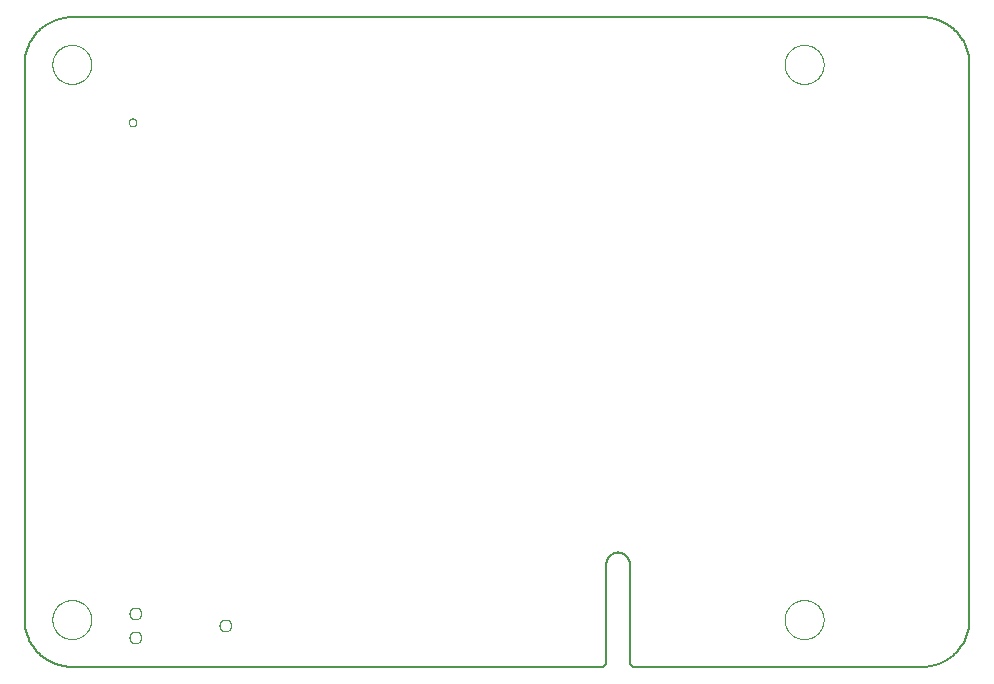
<source format=gbr>
G04 EAGLE Gerber X2 export*
G75*
%MOMM*%
%FSLAX34Y34*%
%LPD*%
%AMOC8*
5,1,8,0,0,1.08239X$1,22.5*%
G01*
%ADD10C,0.152400*%
%ADD11C,0.000000*%


D10*
X100000Y140000D02*
X100000Y610000D01*
X900000Y610000D02*
X900000Y140000D01*
X860000Y650000D02*
X140000Y650000D01*
X139033Y649988D01*
X138067Y649953D01*
X137103Y649895D01*
X136139Y649813D01*
X135179Y649708D01*
X134220Y649580D01*
X133266Y649429D01*
X132315Y649255D01*
X131369Y649058D01*
X130427Y648838D01*
X129492Y648595D01*
X128562Y648330D01*
X127639Y648042D01*
X126724Y647732D01*
X125816Y647401D01*
X124916Y647047D01*
X124025Y646672D01*
X123144Y646275D01*
X122272Y645857D01*
X121411Y645418D01*
X120561Y644959D01*
X119722Y644479D01*
X118894Y643979D01*
X118079Y643459D01*
X117277Y642919D01*
X116489Y642361D01*
X115713Y641783D01*
X114953Y641187D01*
X114206Y640573D01*
X113475Y639940D01*
X112759Y639291D01*
X112060Y638624D01*
X111376Y637940D01*
X110709Y637241D01*
X110060Y636525D01*
X109427Y635794D01*
X108813Y635047D01*
X108217Y634287D01*
X107639Y633511D01*
X107081Y632723D01*
X106541Y631921D01*
X106021Y631106D01*
X105521Y630278D01*
X105041Y629439D01*
X104582Y628589D01*
X104143Y627728D01*
X103725Y626856D01*
X103328Y625975D01*
X102953Y625084D01*
X102599Y624184D01*
X102268Y623276D01*
X101958Y622361D01*
X101670Y621438D01*
X101405Y620508D01*
X101162Y619573D01*
X100942Y618631D01*
X100745Y617685D01*
X100571Y616734D01*
X100420Y615780D01*
X100292Y614821D01*
X100187Y613861D01*
X100105Y612897D01*
X100047Y611933D01*
X100012Y610967D01*
X100000Y610000D01*
X100000Y140000D02*
X100012Y139033D01*
X100047Y138067D01*
X100105Y137103D01*
X100187Y136139D01*
X100292Y135179D01*
X100420Y134220D01*
X100571Y133266D01*
X100745Y132315D01*
X100942Y131369D01*
X101162Y130427D01*
X101405Y129492D01*
X101670Y128562D01*
X101958Y127639D01*
X102268Y126724D01*
X102599Y125816D01*
X102953Y124916D01*
X103328Y124025D01*
X103725Y123144D01*
X104143Y122272D01*
X104582Y121411D01*
X105041Y120561D01*
X105521Y119722D01*
X106021Y118894D01*
X106541Y118079D01*
X107081Y117277D01*
X107639Y116489D01*
X108217Y115713D01*
X108813Y114953D01*
X109427Y114206D01*
X110060Y113475D01*
X110709Y112759D01*
X111376Y112060D01*
X112060Y111376D01*
X112759Y110709D01*
X113475Y110060D01*
X114206Y109427D01*
X114953Y108813D01*
X115713Y108217D01*
X116489Y107639D01*
X117277Y107081D01*
X118079Y106541D01*
X118894Y106021D01*
X119722Y105521D01*
X120561Y105041D01*
X121411Y104582D01*
X122272Y104143D01*
X123144Y103725D01*
X124025Y103328D01*
X124916Y102953D01*
X125816Y102599D01*
X126724Y102268D01*
X127639Y101958D01*
X128562Y101670D01*
X129492Y101405D01*
X130427Y101162D01*
X131369Y100942D01*
X132315Y100745D01*
X133266Y100571D01*
X134220Y100420D01*
X135179Y100292D01*
X136139Y100187D01*
X137103Y100105D01*
X138067Y100047D01*
X139033Y100012D01*
X140000Y100000D01*
X860000Y650000D02*
X860967Y649988D01*
X861933Y649953D01*
X862897Y649895D01*
X863861Y649813D01*
X864821Y649708D01*
X865780Y649580D01*
X866734Y649429D01*
X867685Y649255D01*
X868631Y649058D01*
X869573Y648838D01*
X870508Y648595D01*
X871438Y648330D01*
X872361Y648042D01*
X873276Y647732D01*
X874184Y647401D01*
X875084Y647047D01*
X875975Y646672D01*
X876856Y646275D01*
X877728Y645857D01*
X878589Y645418D01*
X879439Y644959D01*
X880278Y644479D01*
X881106Y643979D01*
X881921Y643459D01*
X882723Y642919D01*
X883511Y642361D01*
X884287Y641783D01*
X885047Y641187D01*
X885794Y640573D01*
X886525Y639940D01*
X887241Y639291D01*
X887940Y638624D01*
X888624Y637940D01*
X889291Y637241D01*
X889940Y636525D01*
X890573Y635794D01*
X891187Y635047D01*
X891783Y634287D01*
X892361Y633511D01*
X892919Y632723D01*
X893459Y631921D01*
X893979Y631106D01*
X894479Y630278D01*
X894959Y629439D01*
X895418Y628589D01*
X895857Y627728D01*
X896275Y626856D01*
X896672Y625975D01*
X897047Y625084D01*
X897401Y624184D01*
X897732Y623276D01*
X898042Y622361D01*
X898330Y621438D01*
X898595Y620508D01*
X898838Y619573D01*
X899058Y618631D01*
X899255Y617685D01*
X899429Y616734D01*
X899580Y615780D01*
X899708Y614821D01*
X899813Y613861D01*
X899895Y612897D01*
X899953Y611933D01*
X899988Y610967D01*
X900000Y610000D01*
X900000Y140000D02*
X899988Y139033D01*
X899953Y138067D01*
X899895Y137103D01*
X899813Y136139D01*
X899708Y135179D01*
X899580Y134220D01*
X899429Y133266D01*
X899255Y132315D01*
X899058Y131369D01*
X898838Y130427D01*
X898595Y129492D01*
X898330Y128562D01*
X898042Y127639D01*
X897732Y126724D01*
X897401Y125816D01*
X897047Y124916D01*
X896672Y124025D01*
X896275Y123144D01*
X895857Y122272D01*
X895418Y121411D01*
X894959Y120561D01*
X894479Y119722D01*
X893979Y118894D01*
X893459Y118079D01*
X892919Y117277D01*
X892361Y116489D01*
X891783Y115713D01*
X891187Y114953D01*
X890573Y114206D01*
X889940Y113475D01*
X889291Y112759D01*
X888624Y112060D01*
X887940Y111376D01*
X887241Y110709D01*
X886525Y110060D01*
X885794Y109427D01*
X885047Y108813D01*
X884287Y108217D01*
X883511Y107639D01*
X882723Y107081D01*
X881921Y106541D01*
X881106Y106021D01*
X880278Y105521D01*
X879439Y105041D01*
X878589Y104582D01*
X877728Y104143D01*
X876856Y103725D01*
X875975Y103328D01*
X875084Y102953D01*
X874184Y102599D01*
X873276Y102268D01*
X872361Y101958D01*
X871438Y101670D01*
X870508Y101405D01*
X869573Y101162D01*
X868631Y100942D01*
X867685Y100745D01*
X866734Y100571D01*
X865780Y100420D01*
X864821Y100292D01*
X863861Y100187D01*
X862897Y100105D01*
X861933Y100047D01*
X860967Y100012D01*
X860000Y100000D01*
X485000Y100000D02*
X140000Y100000D01*
X680000Y100000D02*
X860000Y100000D01*
D11*
X265000Y135000D02*
X265002Y135141D01*
X265008Y135282D01*
X265018Y135422D01*
X265032Y135562D01*
X265050Y135702D01*
X265071Y135841D01*
X265097Y135980D01*
X265126Y136118D01*
X265160Y136254D01*
X265197Y136390D01*
X265238Y136525D01*
X265283Y136659D01*
X265332Y136791D01*
X265384Y136922D01*
X265440Y137051D01*
X265500Y137178D01*
X265563Y137304D01*
X265629Y137428D01*
X265700Y137551D01*
X265773Y137671D01*
X265850Y137789D01*
X265930Y137905D01*
X266014Y138018D01*
X266100Y138129D01*
X266190Y138238D01*
X266283Y138344D01*
X266378Y138447D01*
X266477Y138548D01*
X266578Y138646D01*
X266682Y138741D01*
X266789Y138833D01*
X266898Y138922D01*
X267010Y139007D01*
X267124Y139090D01*
X267240Y139170D01*
X267359Y139246D01*
X267480Y139318D01*
X267602Y139388D01*
X267727Y139453D01*
X267853Y139516D01*
X267981Y139574D01*
X268111Y139629D01*
X268242Y139681D01*
X268375Y139728D01*
X268509Y139772D01*
X268644Y139813D01*
X268780Y139849D01*
X268917Y139881D01*
X269055Y139910D01*
X269193Y139935D01*
X269333Y139955D01*
X269473Y139972D01*
X269613Y139985D01*
X269754Y139994D01*
X269894Y139999D01*
X270035Y140000D01*
X270176Y139997D01*
X270317Y139990D01*
X270457Y139979D01*
X270597Y139964D01*
X270737Y139945D01*
X270876Y139923D01*
X271014Y139896D01*
X271152Y139866D01*
X271288Y139831D01*
X271424Y139793D01*
X271558Y139751D01*
X271692Y139705D01*
X271824Y139656D01*
X271954Y139602D01*
X272083Y139545D01*
X272210Y139485D01*
X272336Y139421D01*
X272459Y139353D01*
X272581Y139282D01*
X272701Y139208D01*
X272818Y139130D01*
X272933Y139049D01*
X273046Y138965D01*
X273157Y138878D01*
X273265Y138787D01*
X273370Y138694D01*
X273473Y138597D01*
X273573Y138498D01*
X273670Y138396D01*
X273764Y138291D01*
X273855Y138184D01*
X273943Y138074D01*
X274028Y137962D01*
X274110Y137847D01*
X274189Y137730D01*
X274264Y137611D01*
X274336Y137490D01*
X274404Y137367D01*
X274469Y137242D01*
X274531Y137115D01*
X274588Y136986D01*
X274643Y136856D01*
X274693Y136725D01*
X274740Y136592D01*
X274783Y136458D01*
X274822Y136322D01*
X274857Y136186D01*
X274889Y136049D01*
X274916Y135911D01*
X274940Y135772D01*
X274960Y135632D01*
X274976Y135492D01*
X274988Y135352D01*
X274996Y135211D01*
X275000Y135070D01*
X275000Y134930D01*
X274996Y134789D01*
X274988Y134648D01*
X274976Y134508D01*
X274960Y134368D01*
X274940Y134228D01*
X274916Y134089D01*
X274889Y133951D01*
X274857Y133814D01*
X274822Y133678D01*
X274783Y133542D01*
X274740Y133408D01*
X274693Y133275D01*
X274643Y133144D01*
X274588Y133014D01*
X274531Y132885D01*
X274469Y132758D01*
X274404Y132633D01*
X274336Y132510D01*
X274264Y132389D01*
X274189Y132270D01*
X274110Y132153D01*
X274028Y132038D01*
X273943Y131926D01*
X273855Y131816D01*
X273764Y131709D01*
X273670Y131604D01*
X273573Y131502D01*
X273473Y131403D01*
X273370Y131306D01*
X273265Y131213D01*
X273157Y131122D01*
X273046Y131035D01*
X272933Y130951D01*
X272818Y130870D01*
X272701Y130792D01*
X272581Y130718D01*
X272459Y130647D01*
X272336Y130579D01*
X272210Y130515D01*
X272083Y130455D01*
X271954Y130398D01*
X271824Y130344D01*
X271692Y130295D01*
X271558Y130249D01*
X271424Y130207D01*
X271288Y130169D01*
X271152Y130134D01*
X271014Y130104D01*
X270876Y130077D01*
X270737Y130055D01*
X270597Y130036D01*
X270457Y130021D01*
X270317Y130010D01*
X270176Y130003D01*
X270035Y130000D01*
X269894Y130001D01*
X269754Y130006D01*
X269613Y130015D01*
X269473Y130028D01*
X269333Y130045D01*
X269193Y130065D01*
X269055Y130090D01*
X268917Y130119D01*
X268780Y130151D01*
X268644Y130187D01*
X268509Y130228D01*
X268375Y130272D01*
X268242Y130319D01*
X268111Y130371D01*
X267981Y130426D01*
X267853Y130484D01*
X267727Y130547D01*
X267602Y130612D01*
X267480Y130682D01*
X267359Y130754D01*
X267240Y130830D01*
X267124Y130910D01*
X267010Y130993D01*
X266898Y131078D01*
X266789Y131167D01*
X266682Y131259D01*
X266578Y131354D01*
X266477Y131452D01*
X266378Y131553D01*
X266283Y131656D01*
X266190Y131762D01*
X266100Y131871D01*
X266014Y131982D01*
X265930Y132095D01*
X265850Y132211D01*
X265773Y132329D01*
X265700Y132449D01*
X265629Y132572D01*
X265563Y132696D01*
X265500Y132822D01*
X265440Y132949D01*
X265384Y133078D01*
X265332Y133209D01*
X265283Y133341D01*
X265238Y133475D01*
X265197Y133610D01*
X265160Y133746D01*
X265126Y133882D01*
X265097Y134020D01*
X265071Y134159D01*
X265050Y134298D01*
X265032Y134438D01*
X265018Y134578D01*
X265008Y134718D01*
X265002Y134859D01*
X265000Y135000D01*
X188800Y145160D02*
X188802Y145301D01*
X188808Y145442D01*
X188818Y145582D01*
X188832Y145722D01*
X188850Y145862D01*
X188871Y146001D01*
X188897Y146140D01*
X188926Y146278D01*
X188960Y146414D01*
X188997Y146550D01*
X189038Y146685D01*
X189083Y146819D01*
X189132Y146951D01*
X189184Y147082D01*
X189240Y147211D01*
X189300Y147338D01*
X189363Y147464D01*
X189429Y147588D01*
X189500Y147711D01*
X189573Y147831D01*
X189650Y147949D01*
X189730Y148065D01*
X189814Y148178D01*
X189900Y148289D01*
X189990Y148398D01*
X190083Y148504D01*
X190178Y148607D01*
X190277Y148708D01*
X190378Y148806D01*
X190482Y148901D01*
X190589Y148993D01*
X190698Y149082D01*
X190810Y149167D01*
X190924Y149250D01*
X191040Y149330D01*
X191159Y149406D01*
X191280Y149478D01*
X191402Y149548D01*
X191527Y149613D01*
X191653Y149676D01*
X191781Y149734D01*
X191911Y149789D01*
X192042Y149841D01*
X192175Y149888D01*
X192309Y149932D01*
X192444Y149973D01*
X192580Y150009D01*
X192717Y150041D01*
X192855Y150070D01*
X192993Y150095D01*
X193133Y150115D01*
X193273Y150132D01*
X193413Y150145D01*
X193554Y150154D01*
X193694Y150159D01*
X193835Y150160D01*
X193976Y150157D01*
X194117Y150150D01*
X194257Y150139D01*
X194397Y150124D01*
X194537Y150105D01*
X194676Y150083D01*
X194814Y150056D01*
X194952Y150026D01*
X195088Y149991D01*
X195224Y149953D01*
X195358Y149911D01*
X195492Y149865D01*
X195624Y149816D01*
X195754Y149762D01*
X195883Y149705D01*
X196010Y149645D01*
X196136Y149581D01*
X196259Y149513D01*
X196381Y149442D01*
X196501Y149368D01*
X196618Y149290D01*
X196733Y149209D01*
X196846Y149125D01*
X196957Y149038D01*
X197065Y148947D01*
X197170Y148854D01*
X197273Y148757D01*
X197373Y148658D01*
X197470Y148556D01*
X197564Y148451D01*
X197655Y148344D01*
X197743Y148234D01*
X197828Y148122D01*
X197910Y148007D01*
X197989Y147890D01*
X198064Y147771D01*
X198136Y147650D01*
X198204Y147527D01*
X198269Y147402D01*
X198331Y147275D01*
X198388Y147146D01*
X198443Y147016D01*
X198493Y146885D01*
X198540Y146752D01*
X198583Y146618D01*
X198622Y146482D01*
X198657Y146346D01*
X198689Y146209D01*
X198716Y146071D01*
X198740Y145932D01*
X198760Y145792D01*
X198776Y145652D01*
X198788Y145512D01*
X198796Y145371D01*
X198800Y145230D01*
X198800Y145090D01*
X198796Y144949D01*
X198788Y144808D01*
X198776Y144668D01*
X198760Y144528D01*
X198740Y144388D01*
X198716Y144249D01*
X198689Y144111D01*
X198657Y143974D01*
X198622Y143838D01*
X198583Y143702D01*
X198540Y143568D01*
X198493Y143435D01*
X198443Y143304D01*
X198388Y143174D01*
X198331Y143045D01*
X198269Y142918D01*
X198204Y142793D01*
X198136Y142670D01*
X198064Y142549D01*
X197989Y142430D01*
X197910Y142313D01*
X197828Y142198D01*
X197743Y142086D01*
X197655Y141976D01*
X197564Y141869D01*
X197470Y141764D01*
X197373Y141662D01*
X197273Y141563D01*
X197170Y141466D01*
X197065Y141373D01*
X196957Y141282D01*
X196846Y141195D01*
X196733Y141111D01*
X196618Y141030D01*
X196501Y140952D01*
X196381Y140878D01*
X196259Y140807D01*
X196136Y140739D01*
X196010Y140675D01*
X195883Y140615D01*
X195754Y140558D01*
X195624Y140504D01*
X195492Y140455D01*
X195358Y140409D01*
X195224Y140367D01*
X195088Y140329D01*
X194952Y140294D01*
X194814Y140264D01*
X194676Y140237D01*
X194537Y140215D01*
X194397Y140196D01*
X194257Y140181D01*
X194117Y140170D01*
X193976Y140163D01*
X193835Y140160D01*
X193694Y140161D01*
X193554Y140166D01*
X193413Y140175D01*
X193273Y140188D01*
X193133Y140205D01*
X192993Y140225D01*
X192855Y140250D01*
X192717Y140279D01*
X192580Y140311D01*
X192444Y140347D01*
X192309Y140388D01*
X192175Y140432D01*
X192042Y140479D01*
X191911Y140531D01*
X191781Y140586D01*
X191653Y140644D01*
X191527Y140707D01*
X191402Y140772D01*
X191280Y140842D01*
X191159Y140914D01*
X191040Y140990D01*
X190924Y141070D01*
X190810Y141153D01*
X190698Y141238D01*
X190589Y141327D01*
X190482Y141419D01*
X190378Y141514D01*
X190277Y141612D01*
X190178Y141713D01*
X190083Y141816D01*
X189990Y141922D01*
X189900Y142031D01*
X189814Y142142D01*
X189730Y142255D01*
X189650Y142371D01*
X189573Y142489D01*
X189500Y142609D01*
X189429Y142732D01*
X189363Y142856D01*
X189300Y142982D01*
X189240Y143109D01*
X189184Y143238D01*
X189132Y143369D01*
X189083Y143501D01*
X189038Y143635D01*
X188997Y143770D01*
X188960Y143906D01*
X188926Y144042D01*
X188897Y144180D01*
X188871Y144319D01*
X188850Y144458D01*
X188832Y144598D01*
X188818Y144738D01*
X188808Y144878D01*
X188802Y145019D01*
X188800Y145160D01*
X188800Y124840D02*
X188802Y124981D01*
X188808Y125122D01*
X188818Y125262D01*
X188832Y125402D01*
X188850Y125542D01*
X188871Y125681D01*
X188897Y125820D01*
X188926Y125958D01*
X188960Y126094D01*
X188997Y126230D01*
X189038Y126365D01*
X189083Y126499D01*
X189132Y126631D01*
X189184Y126762D01*
X189240Y126891D01*
X189300Y127018D01*
X189363Y127144D01*
X189429Y127268D01*
X189500Y127391D01*
X189573Y127511D01*
X189650Y127629D01*
X189730Y127745D01*
X189814Y127858D01*
X189900Y127969D01*
X189990Y128078D01*
X190083Y128184D01*
X190178Y128287D01*
X190277Y128388D01*
X190378Y128486D01*
X190482Y128581D01*
X190589Y128673D01*
X190698Y128762D01*
X190810Y128847D01*
X190924Y128930D01*
X191040Y129010D01*
X191159Y129086D01*
X191280Y129158D01*
X191402Y129228D01*
X191527Y129293D01*
X191653Y129356D01*
X191781Y129414D01*
X191911Y129469D01*
X192042Y129521D01*
X192175Y129568D01*
X192309Y129612D01*
X192444Y129653D01*
X192580Y129689D01*
X192717Y129721D01*
X192855Y129750D01*
X192993Y129775D01*
X193133Y129795D01*
X193273Y129812D01*
X193413Y129825D01*
X193554Y129834D01*
X193694Y129839D01*
X193835Y129840D01*
X193976Y129837D01*
X194117Y129830D01*
X194257Y129819D01*
X194397Y129804D01*
X194537Y129785D01*
X194676Y129763D01*
X194814Y129736D01*
X194952Y129706D01*
X195088Y129671D01*
X195224Y129633D01*
X195358Y129591D01*
X195492Y129545D01*
X195624Y129496D01*
X195754Y129442D01*
X195883Y129385D01*
X196010Y129325D01*
X196136Y129261D01*
X196259Y129193D01*
X196381Y129122D01*
X196501Y129048D01*
X196618Y128970D01*
X196733Y128889D01*
X196846Y128805D01*
X196957Y128718D01*
X197065Y128627D01*
X197170Y128534D01*
X197273Y128437D01*
X197373Y128338D01*
X197470Y128236D01*
X197564Y128131D01*
X197655Y128024D01*
X197743Y127914D01*
X197828Y127802D01*
X197910Y127687D01*
X197989Y127570D01*
X198064Y127451D01*
X198136Y127330D01*
X198204Y127207D01*
X198269Y127082D01*
X198331Y126955D01*
X198388Y126826D01*
X198443Y126696D01*
X198493Y126565D01*
X198540Y126432D01*
X198583Y126298D01*
X198622Y126162D01*
X198657Y126026D01*
X198689Y125889D01*
X198716Y125751D01*
X198740Y125612D01*
X198760Y125472D01*
X198776Y125332D01*
X198788Y125192D01*
X198796Y125051D01*
X198800Y124910D01*
X198800Y124770D01*
X198796Y124629D01*
X198788Y124488D01*
X198776Y124348D01*
X198760Y124208D01*
X198740Y124068D01*
X198716Y123929D01*
X198689Y123791D01*
X198657Y123654D01*
X198622Y123518D01*
X198583Y123382D01*
X198540Y123248D01*
X198493Y123115D01*
X198443Y122984D01*
X198388Y122854D01*
X198331Y122725D01*
X198269Y122598D01*
X198204Y122473D01*
X198136Y122350D01*
X198064Y122229D01*
X197989Y122110D01*
X197910Y121993D01*
X197828Y121878D01*
X197743Y121766D01*
X197655Y121656D01*
X197564Y121549D01*
X197470Y121444D01*
X197373Y121342D01*
X197273Y121243D01*
X197170Y121146D01*
X197065Y121053D01*
X196957Y120962D01*
X196846Y120875D01*
X196733Y120791D01*
X196618Y120710D01*
X196501Y120632D01*
X196381Y120558D01*
X196259Y120487D01*
X196136Y120419D01*
X196010Y120355D01*
X195883Y120295D01*
X195754Y120238D01*
X195624Y120184D01*
X195492Y120135D01*
X195358Y120089D01*
X195224Y120047D01*
X195088Y120009D01*
X194952Y119974D01*
X194814Y119944D01*
X194676Y119917D01*
X194537Y119895D01*
X194397Y119876D01*
X194257Y119861D01*
X194117Y119850D01*
X193976Y119843D01*
X193835Y119840D01*
X193694Y119841D01*
X193554Y119846D01*
X193413Y119855D01*
X193273Y119868D01*
X193133Y119885D01*
X192993Y119905D01*
X192855Y119930D01*
X192717Y119959D01*
X192580Y119991D01*
X192444Y120027D01*
X192309Y120068D01*
X192175Y120112D01*
X192042Y120159D01*
X191911Y120211D01*
X191781Y120266D01*
X191653Y120324D01*
X191527Y120387D01*
X191402Y120452D01*
X191280Y120522D01*
X191159Y120594D01*
X191040Y120670D01*
X190924Y120750D01*
X190810Y120833D01*
X190698Y120918D01*
X190589Y121007D01*
X190482Y121099D01*
X190378Y121194D01*
X190277Y121292D01*
X190178Y121393D01*
X190083Y121496D01*
X189990Y121602D01*
X189900Y121711D01*
X189814Y121822D01*
X189730Y121935D01*
X189650Y122051D01*
X189573Y122169D01*
X189500Y122289D01*
X189429Y122412D01*
X189363Y122536D01*
X189300Y122662D01*
X189240Y122789D01*
X189184Y122918D01*
X189132Y123049D01*
X189083Y123181D01*
X189038Y123315D01*
X188997Y123450D01*
X188960Y123586D01*
X188926Y123722D01*
X188897Y123860D01*
X188871Y123999D01*
X188850Y124138D01*
X188832Y124278D01*
X188818Y124418D01*
X188808Y124558D01*
X188802Y124699D01*
X188800Y124840D01*
X188250Y561000D02*
X188252Y561113D01*
X188258Y561227D01*
X188268Y561340D01*
X188282Y561452D01*
X188299Y561564D01*
X188321Y561676D01*
X188347Y561786D01*
X188376Y561896D01*
X188409Y562004D01*
X188446Y562112D01*
X188487Y562217D01*
X188531Y562322D01*
X188579Y562425D01*
X188630Y562526D01*
X188685Y562625D01*
X188744Y562722D01*
X188806Y562817D01*
X188871Y562910D01*
X188939Y563001D01*
X189010Y563089D01*
X189085Y563175D01*
X189162Y563258D01*
X189242Y563338D01*
X189325Y563415D01*
X189411Y563490D01*
X189499Y563561D01*
X189590Y563629D01*
X189683Y563694D01*
X189778Y563756D01*
X189875Y563815D01*
X189974Y563870D01*
X190075Y563921D01*
X190178Y563969D01*
X190283Y564013D01*
X190388Y564054D01*
X190496Y564091D01*
X190604Y564124D01*
X190714Y564153D01*
X190824Y564179D01*
X190936Y564201D01*
X191048Y564218D01*
X191160Y564232D01*
X191273Y564242D01*
X191387Y564248D01*
X191500Y564250D01*
X191613Y564248D01*
X191727Y564242D01*
X191840Y564232D01*
X191952Y564218D01*
X192064Y564201D01*
X192176Y564179D01*
X192286Y564153D01*
X192396Y564124D01*
X192504Y564091D01*
X192612Y564054D01*
X192717Y564013D01*
X192822Y563969D01*
X192925Y563921D01*
X193026Y563870D01*
X193125Y563815D01*
X193222Y563756D01*
X193317Y563694D01*
X193410Y563629D01*
X193501Y563561D01*
X193589Y563490D01*
X193675Y563415D01*
X193758Y563338D01*
X193838Y563258D01*
X193915Y563175D01*
X193990Y563089D01*
X194061Y563001D01*
X194129Y562910D01*
X194194Y562817D01*
X194256Y562722D01*
X194315Y562625D01*
X194370Y562526D01*
X194421Y562425D01*
X194469Y562322D01*
X194513Y562217D01*
X194554Y562112D01*
X194591Y562004D01*
X194624Y561896D01*
X194653Y561786D01*
X194679Y561676D01*
X194701Y561564D01*
X194718Y561452D01*
X194732Y561340D01*
X194742Y561227D01*
X194748Y561113D01*
X194750Y561000D01*
X194748Y560887D01*
X194742Y560773D01*
X194732Y560660D01*
X194718Y560548D01*
X194701Y560436D01*
X194679Y560324D01*
X194653Y560214D01*
X194624Y560104D01*
X194591Y559996D01*
X194554Y559888D01*
X194513Y559783D01*
X194469Y559678D01*
X194421Y559575D01*
X194370Y559474D01*
X194315Y559375D01*
X194256Y559278D01*
X194194Y559183D01*
X194129Y559090D01*
X194061Y558999D01*
X193990Y558911D01*
X193915Y558825D01*
X193838Y558742D01*
X193758Y558662D01*
X193675Y558585D01*
X193589Y558510D01*
X193501Y558439D01*
X193410Y558371D01*
X193317Y558306D01*
X193222Y558244D01*
X193125Y558185D01*
X193026Y558130D01*
X192925Y558079D01*
X192822Y558031D01*
X192717Y557987D01*
X192612Y557946D01*
X192504Y557909D01*
X192396Y557876D01*
X192286Y557847D01*
X192176Y557821D01*
X192064Y557799D01*
X191952Y557782D01*
X191840Y557768D01*
X191727Y557758D01*
X191613Y557752D01*
X191500Y557750D01*
X191387Y557752D01*
X191273Y557758D01*
X191160Y557768D01*
X191048Y557782D01*
X190936Y557799D01*
X190824Y557821D01*
X190714Y557847D01*
X190604Y557876D01*
X190496Y557909D01*
X190388Y557946D01*
X190283Y557987D01*
X190178Y558031D01*
X190075Y558079D01*
X189974Y558130D01*
X189875Y558185D01*
X189778Y558244D01*
X189683Y558306D01*
X189590Y558371D01*
X189499Y558439D01*
X189411Y558510D01*
X189325Y558585D01*
X189242Y558662D01*
X189162Y558742D01*
X189085Y558825D01*
X189010Y558911D01*
X188939Y558999D01*
X188871Y559090D01*
X188806Y559183D01*
X188744Y559278D01*
X188685Y559375D01*
X188630Y559474D01*
X188579Y559575D01*
X188531Y559678D01*
X188487Y559783D01*
X188446Y559888D01*
X188409Y559996D01*
X188376Y560104D01*
X188347Y560214D01*
X188321Y560324D01*
X188299Y560436D01*
X188282Y560548D01*
X188268Y560660D01*
X188258Y560773D01*
X188252Y560887D01*
X188250Y561000D01*
X123490Y610000D02*
X123495Y610405D01*
X123510Y610810D01*
X123535Y611215D01*
X123570Y611618D01*
X123614Y612021D01*
X123669Y612423D01*
X123733Y612823D01*
X123807Y613221D01*
X123891Y613617D01*
X123985Y614012D01*
X124088Y614403D01*
X124201Y614793D01*
X124323Y615179D01*
X124455Y615562D01*
X124596Y615942D01*
X124747Y616318D01*
X124906Y616691D01*
X125075Y617059D01*
X125253Y617423D01*
X125439Y617783D01*
X125635Y618138D01*
X125839Y618488D01*
X126051Y618833D01*
X126272Y619172D01*
X126502Y619507D01*
X126739Y619835D01*
X126984Y620157D01*
X127238Y620474D01*
X127498Y620784D01*
X127767Y621087D01*
X128043Y621384D01*
X128326Y621674D01*
X128616Y621957D01*
X128913Y622233D01*
X129216Y622502D01*
X129526Y622762D01*
X129843Y623016D01*
X130165Y623261D01*
X130493Y623498D01*
X130828Y623728D01*
X131167Y623949D01*
X131512Y624161D01*
X131862Y624365D01*
X132217Y624561D01*
X132577Y624747D01*
X132941Y624925D01*
X133309Y625094D01*
X133682Y625253D01*
X134058Y625404D01*
X134438Y625545D01*
X134821Y625677D01*
X135207Y625799D01*
X135597Y625912D01*
X135988Y626015D01*
X136383Y626109D01*
X136779Y626193D01*
X137177Y626267D01*
X137577Y626331D01*
X137979Y626386D01*
X138382Y626430D01*
X138785Y626465D01*
X139190Y626490D01*
X139595Y626505D01*
X140000Y626510D01*
X140405Y626505D01*
X140810Y626490D01*
X141215Y626465D01*
X141618Y626430D01*
X142021Y626386D01*
X142423Y626331D01*
X142823Y626267D01*
X143221Y626193D01*
X143617Y626109D01*
X144012Y626015D01*
X144403Y625912D01*
X144793Y625799D01*
X145179Y625677D01*
X145562Y625545D01*
X145942Y625404D01*
X146318Y625253D01*
X146691Y625094D01*
X147059Y624925D01*
X147423Y624747D01*
X147783Y624561D01*
X148138Y624365D01*
X148488Y624161D01*
X148833Y623949D01*
X149172Y623728D01*
X149507Y623498D01*
X149835Y623261D01*
X150157Y623016D01*
X150474Y622762D01*
X150784Y622502D01*
X151087Y622233D01*
X151384Y621957D01*
X151674Y621674D01*
X151957Y621384D01*
X152233Y621087D01*
X152502Y620784D01*
X152762Y620474D01*
X153016Y620157D01*
X153261Y619835D01*
X153498Y619507D01*
X153728Y619172D01*
X153949Y618833D01*
X154161Y618488D01*
X154365Y618138D01*
X154561Y617783D01*
X154747Y617423D01*
X154925Y617059D01*
X155094Y616691D01*
X155253Y616318D01*
X155404Y615942D01*
X155545Y615562D01*
X155677Y615179D01*
X155799Y614793D01*
X155912Y614403D01*
X156015Y614012D01*
X156109Y613617D01*
X156193Y613221D01*
X156267Y612823D01*
X156331Y612423D01*
X156386Y612021D01*
X156430Y611618D01*
X156465Y611215D01*
X156490Y610810D01*
X156505Y610405D01*
X156510Y610000D01*
X156505Y609595D01*
X156490Y609190D01*
X156465Y608785D01*
X156430Y608382D01*
X156386Y607979D01*
X156331Y607577D01*
X156267Y607177D01*
X156193Y606779D01*
X156109Y606383D01*
X156015Y605988D01*
X155912Y605597D01*
X155799Y605207D01*
X155677Y604821D01*
X155545Y604438D01*
X155404Y604058D01*
X155253Y603682D01*
X155094Y603309D01*
X154925Y602941D01*
X154747Y602577D01*
X154561Y602217D01*
X154365Y601862D01*
X154161Y601512D01*
X153949Y601167D01*
X153728Y600828D01*
X153498Y600493D01*
X153261Y600165D01*
X153016Y599843D01*
X152762Y599526D01*
X152502Y599216D01*
X152233Y598913D01*
X151957Y598616D01*
X151674Y598326D01*
X151384Y598043D01*
X151087Y597767D01*
X150784Y597498D01*
X150474Y597238D01*
X150157Y596984D01*
X149835Y596739D01*
X149507Y596502D01*
X149172Y596272D01*
X148833Y596051D01*
X148488Y595839D01*
X148138Y595635D01*
X147783Y595439D01*
X147423Y595253D01*
X147059Y595075D01*
X146691Y594906D01*
X146318Y594747D01*
X145942Y594596D01*
X145562Y594455D01*
X145179Y594323D01*
X144793Y594201D01*
X144403Y594088D01*
X144012Y593985D01*
X143617Y593891D01*
X143221Y593807D01*
X142823Y593733D01*
X142423Y593669D01*
X142021Y593614D01*
X141618Y593570D01*
X141215Y593535D01*
X140810Y593510D01*
X140405Y593495D01*
X140000Y593490D01*
X139595Y593495D01*
X139190Y593510D01*
X138785Y593535D01*
X138382Y593570D01*
X137979Y593614D01*
X137577Y593669D01*
X137177Y593733D01*
X136779Y593807D01*
X136383Y593891D01*
X135988Y593985D01*
X135597Y594088D01*
X135207Y594201D01*
X134821Y594323D01*
X134438Y594455D01*
X134058Y594596D01*
X133682Y594747D01*
X133309Y594906D01*
X132941Y595075D01*
X132577Y595253D01*
X132217Y595439D01*
X131862Y595635D01*
X131512Y595839D01*
X131167Y596051D01*
X130828Y596272D01*
X130493Y596502D01*
X130165Y596739D01*
X129843Y596984D01*
X129526Y597238D01*
X129216Y597498D01*
X128913Y597767D01*
X128616Y598043D01*
X128326Y598326D01*
X128043Y598616D01*
X127767Y598913D01*
X127498Y599216D01*
X127238Y599526D01*
X126984Y599843D01*
X126739Y600165D01*
X126502Y600493D01*
X126272Y600828D01*
X126051Y601167D01*
X125839Y601512D01*
X125635Y601862D01*
X125439Y602217D01*
X125253Y602577D01*
X125075Y602941D01*
X124906Y603309D01*
X124747Y603682D01*
X124596Y604058D01*
X124455Y604438D01*
X124323Y604821D01*
X124201Y605207D01*
X124088Y605597D01*
X123985Y605988D01*
X123891Y606383D01*
X123807Y606779D01*
X123733Y607177D01*
X123669Y607577D01*
X123614Y607979D01*
X123570Y608382D01*
X123535Y608785D01*
X123510Y609190D01*
X123495Y609595D01*
X123490Y610000D01*
X743490Y610000D02*
X743495Y610405D01*
X743510Y610810D01*
X743535Y611215D01*
X743570Y611618D01*
X743614Y612021D01*
X743669Y612423D01*
X743733Y612823D01*
X743807Y613221D01*
X743891Y613617D01*
X743985Y614012D01*
X744088Y614403D01*
X744201Y614793D01*
X744323Y615179D01*
X744455Y615562D01*
X744596Y615942D01*
X744747Y616318D01*
X744906Y616691D01*
X745075Y617059D01*
X745253Y617423D01*
X745439Y617783D01*
X745635Y618138D01*
X745839Y618488D01*
X746051Y618833D01*
X746272Y619172D01*
X746502Y619507D01*
X746739Y619835D01*
X746984Y620157D01*
X747238Y620474D01*
X747498Y620784D01*
X747767Y621087D01*
X748043Y621384D01*
X748326Y621674D01*
X748616Y621957D01*
X748913Y622233D01*
X749216Y622502D01*
X749526Y622762D01*
X749843Y623016D01*
X750165Y623261D01*
X750493Y623498D01*
X750828Y623728D01*
X751167Y623949D01*
X751512Y624161D01*
X751862Y624365D01*
X752217Y624561D01*
X752577Y624747D01*
X752941Y624925D01*
X753309Y625094D01*
X753682Y625253D01*
X754058Y625404D01*
X754438Y625545D01*
X754821Y625677D01*
X755207Y625799D01*
X755597Y625912D01*
X755988Y626015D01*
X756383Y626109D01*
X756779Y626193D01*
X757177Y626267D01*
X757577Y626331D01*
X757979Y626386D01*
X758382Y626430D01*
X758785Y626465D01*
X759190Y626490D01*
X759595Y626505D01*
X760000Y626510D01*
X760405Y626505D01*
X760810Y626490D01*
X761215Y626465D01*
X761618Y626430D01*
X762021Y626386D01*
X762423Y626331D01*
X762823Y626267D01*
X763221Y626193D01*
X763617Y626109D01*
X764012Y626015D01*
X764403Y625912D01*
X764793Y625799D01*
X765179Y625677D01*
X765562Y625545D01*
X765942Y625404D01*
X766318Y625253D01*
X766691Y625094D01*
X767059Y624925D01*
X767423Y624747D01*
X767783Y624561D01*
X768138Y624365D01*
X768488Y624161D01*
X768833Y623949D01*
X769172Y623728D01*
X769507Y623498D01*
X769835Y623261D01*
X770157Y623016D01*
X770474Y622762D01*
X770784Y622502D01*
X771087Y622233D01*
X771384Y621957D01*
X771674Y621674D01*
X771957Y621384D01*
X772233Y621087D01*
X772502Y620784D01*
X772762Y620474D01*
X773016Y620157D01*
X773261Y619835D01*
X773498Y619507D01*
X773728Y619172D01*
X773949Y618833D01*
X774161Y618488D01*
X774365Y618138D01*
X774561Y617783D01*
X774747Y617423D01*
X774925Y617059D01*
X775094Y616691D01*
X775253Y616318D01*
X775404Y615942D01*
X775545Y615562D01*
X775677Y615179D01*
X775799Y614793D01*
X775912Y614403D01*
X776015Y614012D01*
X776109Y613617D01*
X776193Y613221D01*
X776267Y612823D01*
X776331Y612423D01*
X776386Y612021D01*
X776430Y611618D01*
X776465Y611215D01*
X776490Y610810D01*
X776505Y610405D01*
X776510Y610000D01*
X776505Y609595D01*
X776490Y609190D01*
X776465Y608785D01*
X776430Y608382D01*
X776386Y607979D01*
X776331Y607577D01*
X776267Y607177D01*
X776193Y606779D01*
X776109Y606383D01*
X776015Y605988D01*
X775912Y605597D01*
X775799Y605207D01*
X775677Y604821D01*
X775545Y604438D01*
X775404Y604058D01*
X775253Y603682D01*
X775094Y603309D01*
X774925Y602941D01*
X774747Y602577D01*
X774561Y602217D01*
X774365Y601862D01*
X774161Y601512D01*
X773949Y601167D01*
X773728Y600828D01*
X773498Y600493D01*
X773261Y600165D01*
X773016Y599843D01*
X772762Y599526D01*
X772502Y599216D01*
X772233Y598913D01*
X771957Y598616D01*
X771674Y598326D01*
X771384Y598043D01*
X771087Y597767D01*
X770784Y597498D01*
X770474Y597238D01*
X770157Y596984D01*
X769835Y596739D01*
X769507Y596502D01*
X769172Y596272D01*
X768833Y596051D01*
X768488Y595839D01*
X768138Y595635D01*
X767783Y595439D01*
X767423Y595253D01*
X767059Y595075D01*
X766691Y594906D01*
X766318Y594747D01*
X765942Y594596D01*
X765562Y594455D01*
X765179Y594323D01*
X764793Y594201D01*
X764403Y594088D01*
X764012Y593985D01*
X763617Y593891D01*
X763221Y593807D01*
X762823Y593733D01*
X762423Y593669D01*
X762021Y593614D01*
X761618Y593570D01*
X761215Y593535D01*
X760810Y593510D01*
X760405Y593495D01*
X760000Y593490D01*
X759595Y593495D01*
X759190Y593510D01*
X758785Y593535D01*
X758382Y593570D01*
X757979Y593614D01*
X757577Y593669D01*
X757177Y593733D01*
X756779Y593807D01*
X756383Y593891D01*
X755988Y593985D01*
X755597Y594088D01*
X755207Y594201D01*
X754821Y594323D01*
X754438Y594455D01*
X754058Y594596D01*
X753682Y594747D01*
X753309Y594906D01*
X752941Y595075D01*
X752577Y595253D01*
X752217Y595439D01*
X751862Y595635D01*
X751512Y595839D01*
X751167Y596051D01*
X750828Y596272D01*
X750493Y596502D01*
X750165Y596739D01*
X749843Y596984D01*
X749526Y597238D01*
X749216Y597498D01*
X748913Y597767D01*
X748616Y598043D01*
X748326Y598326D01*
X748043Y598616D01*
X747767Y598913D01*
X747498Y599216D01*
X747238Y599526D01*
X746984Y599843D01*
X746739Y600165D01*
X746502Y600493D01*
X746272Y600828D01*
X746051Y601167D01*
X745839Y601512D01*
X745635Y601862D01*
X745439Y602217D01*
X745253Y602577D01*
X745075Y602941D01*
X744906Y603309D01*
X744747Y603682D01*
X744596Y604058D01*
X744455Y604438D01*
X744323Y604821D01*
X744201Y605207D01*
X744088Y605597D01*
X743985Y605988D01*
X743891Y606383D01*
X743807Y606779D01*
X743733Y607177D01*
X743669Y607577D01*
X743614Y607979D01*
X743570Y608382D01*
X743535Y608785D01*
X743510Y609190D01*
X743495Y609595D01*
X743490Y610000D01*
X123490Y140000D02*
X123495Y140405D01*
X123510Y140810D01*
X123535Y141215D01*
X123570Y141618D01*
X123614Y142021D01*
X123669Y142423D01*
X123733Y142823D01*
X123807Y143221D01*
X123891Y143617D01*
X123985Y144012D01*
X124088Y144403D01*
X124201Y144793D01*
X124323Y145179D01*
X124455Y145562D01*
X124596Y145942D01*
X124747Y146318D01*
X124906Y146691D01*
X125075Y147059D01*
X125253Y147423D01*
X125439Y147783D01*
X125635Y148138D01*
X125839Y148488D01*
X126051Y148833D01*
X126272Y149172D01*
X126502Y149507D01*
X126739Y149835D01*
X126984Y150157D01*
X127238Y150474D01*
X127498Y150784D01*
X127767Y151087D01*
X128043Y151384D01*
X128326Y151674D01*
X128616Y151957D01*
X128913Y152233D01*
X129216Y152502D01*
X129526Y152762D01*
X129843Y153016D01*
X130165Y153261D01*
X130493Y153498D01*
X130828Y153728D01*
X131167Y153949D01*
X131512Y154161D01*
X131862Y154365D01*
X132217Y154561D01*
X132577Y154747D01*
X132941Y154925D01*
X133309Y155094D01*
X133682Y155253D01*
X134058Y155404D01*
X134438Y155545D01*
X134821Y155677D01*
X135207Y155799D01*
X135597Y155912D01*
X135988Y156015D01*
X136383Y156109D01*
X136779Y156193D01*
X137177Y156267D01*
X137577Y156331D01*
X137979Y156386D01*
X138382Y156430D01*
X138785Y156465D01*
X139190Y156490D01*
X139595Y156505D01*
X140000Y156510D01*
X140405Y156505D01*
X140810Y156490D01*
X141215Y156465D01*
X141618Y156430D01*
X142021Y156386D01*
X142423Y156331D01*
X142823Y156267D01*
X143221Y156193D01*
X143617Y156109D01*
X144012Y156015D01*
X144403Y155912D01*
X144793Y155799D01*
X145179Y155677D01*
X145562Y155545D01*
X145942Y155404D01*
X146318Y155253D01*
X146691Y155094D01*
X147059Y154925D01*
X147423Y154747D01*
X147783Y154561D01*
X148138Y154365D01*
X148488Y154161D01*
X148833Y153949D01*
X149172Y153728D01*
X149507Y153498D01*
X149835Y153261D01*
X150157Y153016D01*
X150474Y152762D01*
X150784Y152502D01*
X151087Y152233D01*
X151384Y151957D01*
X151674Y151674D01*
X151957Y151384D01*
X152233Y151087D01*
X152502Y150784D01*
X152762Y150474D01*
X153016Y150157D01*
X153261Y149835D01*
X153498Y149507D01*
X153728Y149172D01*
X153949Y148833D01*
X154161Y148488D01*
X154365Y148138D01*
X154561Y147783D01*
X154747Y147423D01*
X154925Y147059D01*
X155094Y146691D01*
X155253Y146318D01*
X155404Y145942D01*
X155545Y145562D01*
X155677Y145179D01*
X155799Y144793D01*
X155912Y144403D01*
X156015Y144012D01*
X156109Y143617D01*
X156193Y143221D01*
X156267Y142823D01*
X156331Y142423D01*
X156386Y142021D01*
X156430Y141618D01*
X156465Y141215D01*
X156490Y140810D01*
X156505Y140405D01*
X156510Y140000D01*
X156505Y139595D01*
X156490Y139190D01*
X156465Y138785D01*
X156430Y138382D01*
X156386Y137979D01*
X156331Y137577D01*
X156267Y137177D01*
X156193Y136779D01*
X156109Y136383D01*
X156015Y135988D01*
X155912Y135597D01*
X155799Y135207D01*
X155677Y134821D01*
X155545Y134438D01*
X155404Y134058D01*
X155253Y133682D01*
X155094Y133309D01*
X154925Y132941D01*
X154747Y132577D01*
X154561Y132217D01*
X154365Y131862D01*
X154161Y131512D01*
X153949Y131167D01*
X153728Y130828D01*
X153498Y130493D01*
X153261Y130165D01*
X153016Y129843D01*
X152762Y129526D01*
X152502Y129216D01*
X152233Y128913D01*
X151957Y128616D01*
X151674Y128326D01*
X151384Y128043D01*
X151087Y127767D01*
X150784Y127498D01*
X150474Y127238D01*
X150157Y126984D01*
X149835Y126739D01*
X149507Y126502D01*
X149172Y126272D01*
X148833Y126051D01*
X148488Y125839D01*
X148138Y125635D01*
X147783Y125439D01*
X147423Y125253D01*
X147059Y125075D01*
X146691Y124906D01*
X146318Y124747D01*
X145942Y124596D01*
X145562Y124455D01*
X145179Y124323D01*
X144793Y124201D01*
X144403Y124088D01*
X144012Y123985D01*
X143617Y123891D01*
X143221Y123807D01*
X142823Y123733D01*
X142423Y123669D01*
X142021Y123614D01*
X141618Y123570D01*
X141215Y123535D01*
X140810Y123510D01*
X140405Y123495D01*
X140000Y123490D01*
X139595Y123495D01*
X139190Y123510D01*
X138785Y123535D01*
X138382Y123570D01*
X137979Y123614D01*
X137577Y123669D01*
X137177Y123733D01*
X136779Y123807D01*
X136383Y123891D01*
X135988Y123985D01*
X135597Y124088D01*
X135207Y124201D01*
X134821Y124323D01*
X134438Y124455D01*
X134058Y124596D01*
X133682Y124747D01*
X133309Y124906D01*
X132941Y125075D01*
X132577Y125253D01*
X132217Y125439D01*
X131862Y125635D01*
X131512Y125839D01*
X131167Y126051D01*
X130828Y126272D01*
X130493Y126502D01*
X130165Y126739D01*
X129843Y126984D01*
X129526Y127238D01*
X129216Y127498D01*
X128913Y127767D01*
X128616Y128043D01*
X128326Y128326D01*
X128043Y128616D01*
X127767Y128913D01*
X127498Y129216D01*
X127238Y129526D01*
X126984Y129843D01*
X126739Y130165D01*
X126502Y130493D01*
X126272Y130828D01*
X126051Y131167D01*
X125839Y131512D01*
X125635Y131862D01*
X125439Y132217D01*
X125253Y132577D01*
X125075Y132941D01*
X124906Y133309D01*
X124747Y133682D01*
X124596Y134058D01*
X124455Y134438D01*
X124323Y134821D01*
X124201Y135207D01*
X124088Y135597D01*
X123985Y135988D01*
X123891Y136383D01*
X123807Y136779D01*
X123733Y137177D01*
X123669Y137577D01*
X123614Y137979D01*
X123570Y138382D01*
X123535Y138785D01*
X123510Y139190D01*
X123495Y139595D01*
X123490Y140000D01*
X743490Y140000D02*
X743495Y140405D01*
X743510Y140810D01*
X743535Y141215D01*
X743570Y141618D01*
X743614Y142021D01*
X743669Y142423D01*
X743733Y142823D01*
X743807Y143221D01*
X743891Y143617D01*
X743985Y144012D01*
X744088Y144403D01*
X744201Y144793D01*
X744323Y145179D01*
X744455Y145562D01*
X744596Y145942D01*
X744747Y146318D01*
X744906Y146691D01*
X745075Y147059D01*
X745253Y147423D01*
X745439Y147783D01*
X745635Y148138D01*
X745839Y148488D01*
X746051Y148833D01*
X746272Y149172D01*
X746502Y149507D01*
X746739Y149835D01*
X746984Y150157D01*
X747238Y150474D01*
X747498Y150784D01*
X747767Y151087D01*
X748043Y151384D01*
X748326Y151674D01*
X748616Y151957D01*
X748913Y152233D01*
X749216Y152502D01*
X749526Y152762D01*
X749843Y153016D01*
X750165Y153261D01*
X750493Y153498D01*
X750828Y153728D01*
X751167Y153949D01*
X751512Y154161D01*
X751862Y154365D01*
X752217Y154561D01*
X752577Y154747D01*
X752941Y154925D01*
X753309Y155094D01*
X753682Y155253D01*
X754058Y155404D01*
X754438Y155545D01*
X754821Y155677D01*
X755207Y155799D01*
X755597Y155912D01*
X755988Y156015D01*
X756383Y156109D01*
X756779Y156193D01*
X757177Y156267D01*
X757577Y156331D01*
X757979Y156386D01*
X758382Y156430D01*
X758785Y156465D01*
X759190Y156490D01*
X759595Y156505D01*
X760000Y156510D01*
X760405Y156505D01*
X760810Y156490D01*
X761215Y156465D01*
X761618Y156430D01*
X762021Y156386D01*
X762423Y156331D01*
X762823Y156267D01*
X763221Y156193D01*
X763617Y156109D01*
X764012Y156015D01*
X764403Y155912D01*
X764793Y155799D01*
X765179Y155677D01*
X765562Y155545D01*
X765942Y155404D01*
X766318Y155253D01*
X766691Y155094D01*
X767059Y154925D01*
X767423Y154747D01*
X767783Y154561D01*
X768138Y154365D01*
X768488Y154161D01*
X768833Y153949D01*
X769172Y153728D01*
X769507Y153498D01*
X769835Y153261D01*
X770157Y153016D01*
X770474Y152762D01*
X770784Y152502D01*
X771087Y152233D01*
X771384Y151957D01*
X771674Y151674D01*
X771957Y151384D01*
X772233Y151087D01*
X772502Y150784D01*
X772762Y150474D01*
X773016Y150157D01*
X773261Y149835D01*
X773498Y149507D01*
X773728Y149172D01*
X773949Y148833D01*
X774161Y148488D01*
X774365Y148138D01*
X774561Y147783D01*
X774747Y147423D01*
X774925Y147059D01*
X775094Y146691D01*
X775253Y146318D01*
X775404Y145942D01*
X775545Y145562D01*
X775677Y145179D01*
X775799Y144793D01*
X775912Y144403D01*
X776015Y144012D01*
X776109Y143617D01*
X776193Y143221D01*
X776267Y142823D01*
X776331Y142423D01*
X776386Y142021D01*
X776430Y141618D01*
X776465Y141215D01*
X776490Y140810D01*
X776505Y140405D01*
X776510Y140000D01*
X776505Y139595D01*
X776490Y139190D01*
X776465Y138785D01*
X776430Y138382D01*
X776386Y137979D01*
X776331Y137577D01*
X776267Y137177D01*
X776193Y136779D01*
X776109Y136383D01*
X776015Y135988D01*
X775912Y135597D01*
X775799Y135207D01*
X775677Y134821D01*
X775545Y134438D01*
X775404Y134058D01*
X775253Y133682D01*
X775094Y133309D01*
X774925Y132941D01*
X774747Y132577D01*
X774561Y132217D01*
X774365Y131862D01*
X774161Y131512D01*
X773949Y131167D01*
X773728Y130828D01*
X773498Y130493D01*
X773261Y130165D01*
X773016Y129843D01*
X772762Y129526D01*
X772502Y129216D01*
X772233Y128913D01*
X771957Y128616D01*
X771674Y128326D01*
X771384Y128043D01*
X771087Y127767D01*
X770784Y127498D01*
X770474Y127238D01*
X770157Y126984D01*
X769835Y126739D01*
X769507Y126502D01*
X769172Y126272D01*
X768833Y126051D01*
X768488Y125839D01*
X768138Y125635D01*
X767783Y125439D01*
X767423Y125253D01*
X767059Y125075D01*
X766691Y124906D01*
X766318Y124747D01*
X765942Y124596D01*
X765562Y124455D01*
X765179Y124323D01*
X764793Y124201D01*
X764403Y124088D01*
X764012Y123985D01*
X763617Y123891D01*
X763221Y123807D01*
X762823Y123733D01*
X762423Y123669D01*
X762021Y123614D01*
X761618Y123570D01*
X761215Y123535D01*
X760810Y123510D01*
X760405Y123495D01*
X760000Y123490D01*
X759595Y123495D01*
X759190Y123510D01*
X758785Y123535D01*
X758382Y123570D01*
X757979Y123614D01*
X757577Y123669D01*
X757177Y123733D01*
X756779Y123807D01*
X756383Y123891D01*
X755988Y123985D01*
X755597Y124088D01*
X755207Y124201D01*
X754821Y124323D01*
X754438Y124455D01*
X754058Y124596D01*
X753682Y124747D01*
X753309Y124906D01*
X752941Y125075D01*
X752577Y125253D01*
X752217Y125439D01*
X751862Y125635D01*
X751512Y125839D01*
X751167Y126051D01*
X750828Y126272D01*
X750493Y126502D01*
X750165Y126739D01*
X749843Y126984D01*
X749526Y127238D01*
X749216Y127498D01*
X748913Y127767D01*
X748616Y128043D01*
X748326Y128326D01*
X748043Y128616D01*
X747767Y128913D01*
X747498Y129216D01*
X747238Y129526D01*
X746984Y129843D01*
X746739Y130165D01*
X746502Y130493D01*
X746272Y130828D01*
X746051Y131167D01*
X745839Y131512D01*
X745635Y131862D01*
X745439Y132217D01*
X745253Y132577D01*
X745075Y132941D01*
X744906Y133309D01*
X744747Y133682D01*
X744596Y134058D01*
X744455Y134438D01*
X744323Y134821D01*
X744201Y135207D01*
X744088Y135597D01*
X743985Y135988D01*
X743891Y136383D01*
X743807Y136779D01*
X743733Y137177D01*
X743669Y137577D01*
X743614Y137979D01*
X743570Y138382D01*
X743535Y138785D01*
X743510Y139190D01*
X743495Y139595D01*
X743490Y140000D01*
D10*
X589500Y100000D02*
X482500Y100000D01*
X612500Y102300D02*
X612500Y186800D01*
X592500Y155300D02*
X592500Y102300D01*
X589500Y100000D01*
X612500Y102300D02*
X615500Y100000D01*
X682500Y100000D01*
X592500Y155800D02*
X592500Y186800D01*
X592503Y187044D01*
X592512Y187287D01*
X592527Y187530D01*
X592547Y187773D01*
X592574Y188015D01*
X592607Y188256D01*
X592645Y188496D01*
X592689Y188736D01*
X592739Y188974D01*
X592795Y189211D01*
X592857Y189447D01*
X592924Y189681D01*
X592997Y189913D01*
X593076Y190144D01*
X593160Y190372D01*
X593250Y190599D01*
X593345Y190823D01*
X593446Y191045D01*
X593552Y191264D01*
X593663Y191480D01*
X593780Y191694D01*
X593901Y191905D01*
X594028Y192113D01*
X594160Y192318D01*
X594297Y192519D01*
X594439Y192717D01*
X594585Y192912D01*
X594736Y193103D01*
X594892Y193290D01*
X595052Y193473D01*
X595217Y193653D01*
X595386Y193828D01*
X595559Y193999D01*
X595737Y194166D01*
X595918Y194328D01*
X596103Y194486D01*
X596292Y194640D01*
X596485Y194789D01*
X596681Y194933D01*
X596881Y195072D01*
X597084Y195207D01*
X597291Y195336D01*
X597500Y195460D01*
X597712Y195579D01*
X597928Y195693D01*
X598145Y195802D01*
X598366Y195905D01*
X598589Y196003D01*
X598814Y196096D01*
X599042Y196183D01*
X599271Y196264D01*
X599503Y196340D01*
X599736Y196410D01*
X599971Y196475D01*
X600207Y196534D01*
X600445Y196587D01*
X600684Y196634D01*
X600924Y196675D01*
X601165Y196710D01*
X601406Y196740D01*
X601649Y196764D01*
X601892Y196781D01*
X602135Y196793D01*
X602378Y196799D01*
X602622Y196799D01*
X602865Y196793D01*
X603108Y196781D01*
X603351Y196764D01*
X603594Y196740D01*
X603835Y196710D01*
X604076Y196675D01*
X604316Y196634D01*
X604555Y196587D01*
X604793Y196534D01*
X605029Y196475D01*
X605264Y196410D01*
X605497Y196340D01*
X605729Y196264D01*
X605958Y196183D01*
X606186Y196096D01*
X606411Y196003D01*
X606634Y195905D01*
X606855Y195802D01*
X607072Y195693D01*
X607288Y195579D01*
X607500Y195460D01*
X607709Y195336D01*
X607916Y195207D01*
X608119Y195072D01*
X608319Y194933D01*
X608515Y194789D01*
X608708Y194640D01*
X608897Y194486D01*
X609082Y194328D01*
X609263Y194166D01*
X609441Y193999D01*
X609614Y193828D01*
X609783Y193653D01*
X609948Y193473D01*
X610108Y193290D01*
X610264Y193103D01*
X610415Y192912D01*
X610561Y192717D01*
X610703Y192519D01*
X610840Y192318D01*
X610972Y192113D01*
X611099Y191905D01*
X611220Y191694D01*
X611337Y191480D01*
X611448Y191264D01*
X611554Y191045D01*
X611655Y190823D01*
X611750Y190599D01*
X611840Y190372D01*
X611924Y190144D01*
X612003Y189913D01*
X612076Y189681D01*
X612143Y189447D01*
X612205Y189211D01*
X612261Y188974D01*
X612311Y188736D01*
X612355Y188496D01*
X612393Y188256D01*
X612426Y188015D01*
X612453Y187773D01*
X612473Y187530D01*
X612488Y187287D01*
X612497Y187044D01*
X612500Y186800D01*
M02*

</source>
